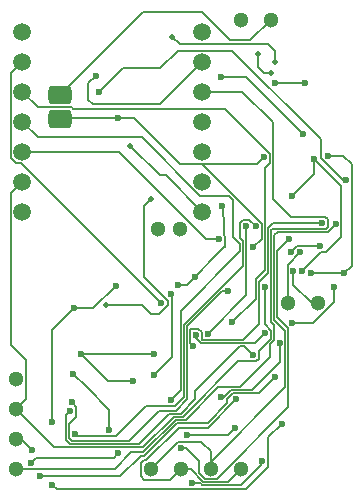
<source format=gbl>
G04*
G04 #@! TF.GenerationSoftware,Altium Limited,Altium Designer,23.0.1 (38)*
G04*
G04 Layer_Physical_Order=2*
G04 Layer_Color=16711680*
%FSLAX25Y25*%
%MOIN*%
G70*
G04*
G04 #@! TF.SameCoordinates,C4E3482C-EC36-4988-95D7-60F58037128F*
G04*
G04*
G04 #@! TF.FilePolarity,Positive*
G04*
G01*
G75*
%ADD16C,0.00500*%
%ADD53C,0.05118*%
%ADD54C,0.05906*%
G04:AMPARAMS|DCode=55|XSize=78.74mil|YSize=62.99mil|CornerRadius=15.75mil|HoleSize=0mil|Usage=FLASHONLY|Rotation=0.000|XOffset=0mil|YOffset=0mil|HoleType=Round|Shape=RoundedRectangle|*
%AMROUNDEDRECTD55*
21,1,0.07874,0.03150,0,0,0.0*
21,1,0.04724,0.06299,0,0,0.0*
1,1,0.03150,0.02362,-0.01575*
1,1,0.03150,-0.02362,-0.01575*
1,1,0.03150,-0.02362,0.01575*
1,1,0.03150,0.02362,0.01575*
%
%ADD55ROUNDEDRECTD55*%
%ADD56C,0.02362*%
%ADD57C,0.01968*%
D16*
X22982Y-37482D02*
X73414D01*
X22545Y-37045D02*
X22982Y-37482D01*
X28000Y-34500D02*
Y-29000D01*
Y-34500D02*
X29400Y-35900D01*
X28000Y-29000D02*
X30500Y-26500D01*
X60780Y-96220D02*
X73321Y-83679D01*
X29400Y-35900D02*
X51817D01*
X31500Y-32000D02*
Y-31900D01*
X39400Y-24000D01*
X51800D01*
X20916Y-30582D02*
Y-30549D01*
X46065Y-5400D01*
X18406Y-33059D02*
X18439D01*
X46065Y-5400D02*
X65900D01*
X18439Y-33059D02*
X20916Y-30582D01*
X21401Y-37000D02*
X21446Y-37045D01*
X22545D01*
X5906Y-31811D02*
X11095Y-37000D01*
X21401D01*
X5906Y-41811D02*
X11095Y-47000D01*
X45700D02*
X65300Y-66600D01*
X11095Y-47000D02*
X45700D01*
X85644Y-156156D02*
Y-155356D01*
X86000Y-155000D01*
X79010Y-162790D02*
X85644Y-156156D01*
X65000Y-158790D02*
X67000Y-160790D01*
X59000Y-150500D02*
X59115Y-150616D01*
X65000Y-158790D02*
Y-155000D01*
X59115Y-150616D02*
X60615D01*
X65000Y-155000D01*
X65500Y-148500D02*
X68740Y-151740D01*
Y-155209D02*
Y-151740D01*
X57721Y-148500D02*
X65500D01*
X68740Y-157480D02*
Y-155209D01*
X48740Y-157480D02*
X57721Y-148500D01*
X65920Y-162790D02*
X79010D01*
X62500Y-162423D02*
X65553D01*
X16000Y-162900D02*
X17454Y-164354D01*
X80653D01*
X65553Y-162423D02*
X65920Y-162790D01*
X80653Y-164354D02*
X88000Y-157007D01*
X89903Y-107903D02*
X93631Y-111631D01*
X90903Y-106903D02*
X94631Y-110631D01*
X90903Y-106903D02*
Y-84897D01*
X93631Y-130318D02*
Y-111631D01*
X94631Y-136869D02*
Y-110631D01*
X96000Y-109000D02*
X103000D01*
X89903Y-107903D02*
Y-79728D01*
X94369Y-102243D02*
Y-89631D01*
Y-102243D02*
X94488Y-102362D01*
X96300Y-96300D02*
X102362Y-102362D01*
X96300Y-96300D02*
Y-91469D01*
X88384Y-116031D02*
X89800Y-114614D01*
X88384Y-120309D02*
Y-116031D01*
X89800Y-114614D02*
Y-109600D01*
X88900Y-108700D02*
Y-77931D01*
X86700Y-109400D02*
X88800Y-111500D01*
X88900Y-108700D02*
X89800Y-109600D01*
X78424Y-130269D02*
X88384Y-120309D01*
X86700Y-109400D02*
Y-96800D01*
X83502Y-115598D02*
X86800Y-112300D01*
X88800Y-114200D02*
Y-111500D01*
X68740Y-155209D02*
X93631Y-130318D01*
X89903Y-79728D02*
X91100Y-78531D01*
X88900Y-77931D02*
X89300Y-77531D01*
X103000Y-109000D02*
X110000Y-102000D01*
Y-97000D01*
X88000Y-157007D02*
Y-147000D01*
X92500Y-142500D01*
X10600Y-153800D02*
X36604D01*
X38000Y-152404D02*
Y-152111D01*
X36604Y-153800D02*
X38000Y-152404D01*
X23600Y-145800D02*
X24460Y-146660D01*
X21600Y-147259D02*
X22520Y-148180D01*
X46335Y-150180D02*
X56414Y-140100D01*
X21780Y-149180D02*
X44908D01*
X3937Y-137480D02*
X16636Y-150180D01*
X41355Y-148180D02*
X51435Y-138100D01*
X24460Y-146660D02*
X37207D01*
X16636Y-150180D02*
X46335D01*
X20600Y-148000D02*
X21780Y-149180D01*
X22520Y-148180D02*
X41355D01*
X44908Y-149180D02*
X54988Y-139100D01*
X37207Y-146660D02*
X47236Y-136631D01*
X21600Y-147259D02*
Y-142636D01*
X20600Y-148000D02*
Y-139700D01*
X35000Y-144700D02*
Y-137800D01*
X8900Y-155500D02*
X10600Y-153800D01*
X37659Y-40559D02*
X37700Y-40600D01*
X70710Y-160790D02*
X94631Y-136869D01*
X67000Y-160790D02*
X70710D01*
X102100Y-92400D02*
X113200D01*
X115700Y-89900D01*
X88000Y-16000D02*
X90178Y-18178D01*
Y-21938D02*
Y-18178D01*
X51727Y-59727D02*
X53822D01*
X42000Y-50000D02*
X51727Y-59727D01*
X53822D02*
X65906Y-71811D01*
X86500Y-25500D02*
X89000D01*
X56000Y-13500D02*
X58500Y-16000D01*
X88000D01*
X84500Y-23500D02*
X86500Y-25500D01*
X84500Y-23500D02*
Y-19375D01*
X37659Y-40559D02*
X37741D01*
X51800Y-24000D02*
X57700Y-18100D01*
X46500Y-70000D02*
X49000Y-67500D01*
X46500Y-93500D02*
Y-70000D01*
Y-93500D02*
X54500Y-101500D01*
Y-102940D02*
Y-101500D01*
X55400Y-99604D02*
Y-99100D01*
Y-99604D02*
X56000Y-100204D01*
X50000Y-126400D02*
X56000Y-120400D01*
Y-100204D01*
X51440Y-106000D02*
X54500Y-102940D01*
X49000Y-106000D02*
X51440D01*
X46000Y-103000D02*
X49000Y-106000D01*
X34000Y-103000D02*
X46000D01*
X73321Y-83679D02*
X73467Y-83533D01*
X72912Y-70312D02*
X73467Y-83304D01*
X57950Y-96220D02*
X60780D01*
X73467Y-83533D02*
Y-83304D01*
X67200Y-80800D02*
X71400D01*
X37741Y-40559D02*
X43159D01*
X18406D02*
X37659D01*
X65800Y-55900D02*
X84200D01*
X27377Y-130177D02*
X35000Y-137800D01*
X23000Y-125800D02*
X27377Y-130177D01*
X81669Y-74569D02*
X83800Y-76700D01*
X79500Y-74569D02*
X81669D01*
X78631Y-75438D02*
X79500Y-74569D01*
X78631Y-80500D02*
Y-75438D01*
Y-80500D02*
X79631Y-81500D01*
Y-89803D02*
Y-81500D01*
X59818Y-109617D02*
X79631Y-89803D01*
X59818Y-133665D02*
Y-109617D01*
X56851Y-136631D02*
X59818Y-133665D01*
X47236Y-136631D02*
X56851D01*
X34474Y-128128D02*
X43000D01*
X25646Y-119300D02*
X34474Y-128128D01*
X25646Y-119300D02*
X49700D01*
X84200Y-55900D02*
X86500Y-53600D01*
X43159Y-40559D02*
X58500Y-55900D01*
X82800Y-83700D02*
X85731Y-80769D01*
Y-75831D01*
X65800Y-55900D02*
X85731Y-75831D01*
X58500Y-55900D02*
X65800D01*
X74500Y-146300D02*
X77000Y-143800D01*
X60800Y-146300D02*
X74500D01*
X57700Y-18100D02*
X75794D01*
X105428Y-47734D01*
Y-54000D02*
Y-47734D01*
Y-54000D02*
X112828Y-61400D01*
X113700D01*
X80600Y-26800D02*
X99600Y-45800D01*
X72200Y-26800D02*
X80600D01*
X51817Y-35900D02*
X65906Y-21811D01*
X72600Y-70000D02*
X72912Y-70312D01*
X79800Y-116600D02*
X82700Y-119500D01*
X78480Y-116600D02*
X79800D01*
X63475Y-131604D02*
X78480Y-116600D01*
X63475Y-134410D02*
Y-131604D01*
X58785Y-139100D02*
X63475Y-134410D01*
X54988Y-139100D02*
X58785D01*
X20600Y-139700D02*
X21900Y-138400D01*
X12000Y-160000D02*
X38600D01*
X45400Y-153200D01*
X46500D01*
X57600Y-142100D01*
X67800D01*
X74200Y-135700D01*
Y-134200D01*
X76131Y-132269D01*
X84731D01*
X90100Y-126900D01*
X91100Y-78531D02*
X107723D01*
X110354Y-75900D01*
X58740Y-157480D02*
X62025D01*
X66334Y-161790D01*
X74431D01*
X78740Y-157480D01*
X56414Y-140100D02*
X59373D01*
X77781Y-121692D01*
X84010D01*
X84703Y-121000D01*
Y-118297D01*
X88800Y-114200D01*
X95900Y-66700D02*
X103260Y-59340D01*
Y-54200D01*
X3937Y-157480D02*
X36786D01*
X42330Y-151937D01*
X46344D01*
X57181Y-141100D01*
X60379D01*
X71210Y-130269D01*
X78424D01*
X89300Y-77531D02*
X107169D01*
X107700Y-77000D01*
Y-74300D01*
X107000Y-73600D02*
X107700Y-74300D01*
X95500Y-73600D02*
X107000D01*
X89500Y-67600D02*
X95500Y-73600D01*
X89500Y-67600D02*
Y-42011D01*
X79300Y-31811D02*
X89500Y-42011D01*
X65906Y-31811D02*
X79300D01*
X72200Y-133700D02*
X73131D01*
X75562Y-131269D01*
X82431D01*
X91700Y-122000D01*
Y-115700D01*
X22377Y-135323D02*
X23904Y-136850D01*
Y-140331D02*
Y-136850D01*
X21600Y-142636D02*
X23904Y-140331D01*
X51435Y-138100D02*
X57083D01*
X60818Y-134365D01*
Y-110051D01*
X72569Y-98300D01*
X74400D01*
X67718Y-143782D02*
X77300Y-134200D01*
X58018Y-143782D02*
X67718D01*
X47299Y-154500D02*
X58018Y-143782D01*
X46400Y-154500D02*
X47299D01*
X45400Y-155500D02*
X46400Y-154500D01*
X45400Y-160000D02*
Y-155500D01*
Y-160000D02*
X46500Y-161100D01*
X55121D01*
X58740Y-157480D01*
X65300Y-66600D02*
X75000D01*
X76200Y-67800D01*
Y-80100D02*
Y-67800D01*
Y-80100D02*
X78631Y-82531D01*
Y-85069D02*
Y-82531D01*
X58818Y-104882D02*
X78631Y-85069D01*
X58818Y-131382D02*
Y-104882D01*
X55500Y-134700D02*
X58818Y-131382D01*
X3937Y-147480D02*
X5480D01*
X9200Y-151200D01*
X90903Y-84897D02*
X94854Y-80946D01*
X103260Y-54200D02*
X112286Y-63226D01*
Y-80299D02*
Y-63226D01*
X107162Y-85423D02*
X112286Y-80299D01*
X105477Y-85423D02*
X107162D01*
X99300Y-91600D02*
X105477Y-85423D01*
X94369Y-89631D02*
X98600Y-85400D01*
X95500Y-85300D02*
X97400Y-83400D01*
X105200D01*
X90200Y-29000D02*
X100300D01*
X90100Y-28900D02*
X90200Y-29000D01*
X67800Y-112500D02*
X80631Y-99669D01*
Y-76500D01*
X61818Y-115718D02*
X62800Y-116700D01*
X61818Y-115718D02*
Y-110882D01*
X61900Y-110800D01*
X64550D01*
X65750Y-112000D01*
Y-114336D02*
Y-112000D01*
Y-114336D02*
X65914Y-114500D01*
X79506D01*
X84769Y-109238D01*
Y-95331D01*
X87800Y-92300D01*
Y-77231D01*
X89431Y-75600D01*
X105700D01*
X63800Y-113800D02*
Y-112800D01*
Y-113800D02*
X65598Y-115598D01*
X83502D01*
X81914Y-14700D02*
X88740Y-7874D01*
X75200Y-14700D02*
X81914D01*
X65900Y-5400D02*
X75200Y-14700D01*
X73414Y-37482D02*
X88431Y-52500D01*
Y-55531D02*
Y-52500D01*
X86731Y-57231D02*
X88431Y-55531D01*
X86731Y-91238D02*
Y-57231D01*
X83769Y-94200D02*
X86731Y-91238D01*
X83769Y-100831D02*
Y-94200D01*
X76000Y-108600D02*
X83769Y-100831D01*
X115700Y-89900D02*
Y-56000D01*
X113000Y-53300D02*
X115700Y-56000D01*
X107700Y-53300D02*
X113000D01*
X5400Y-55600D02*
X52100Y-102300D01*
X3800Y-55600D02*
X5400D01*
X2200Y-54000D02*
X3800Y-55600D01*
X2200Y-54000D02*
Y-25517D01*
X5906Y-21811D01*
X15800Y-111400D02*
X23200Y-104000D01*
X15800Y-141807D02*
Y-111400D01*
X38211Y-51811D02*
X67200Y-80800D01*
X5906Y-51811D02*
X38211D01*
X23200Y-104000D02*
X29600D01*
X37100Y-96500D01*
X3937Y-137480D02*
X7300Y-134117D01*
Y-121200D01*
X2200Y-116100D02*
X7300Y-121200D01*
X2200Y-116100D02*
Y-65517D01*
X5906Y-61811D01*
D53*
X58504Y-77559D02*
D03*
X51024D02*
D03*
X78740Y-7874D02*
D03*
X88740D02*
D03*
X104488Y-102362D02*
D03*
X94488D02*
D03*
X78740Y-157480D02*
D03*
X68740D02*
D03*
X58740D02*
D03*
X48740D02*
D03*
X3937D02*
D03*
Y-147480D02*
D03*
Y-137480D02*
D03*
Y-127480D02*
D03*
D54*
X65905Y-11811D02*
D03*
X5906Y-21811D02*
D03*
Y-11811D02*
D03*
Y-61811D02*
D03*
Y-51811D02*
D03*
Y-41811D02*
D03*
Y-31811D02*
D03*
Y-71811D02*
D03*
X65905D02*
D03*
Y-31811D02*
D03*
Y-41811D02*
D03*
Y-51811D02*
D03*
Y-61811D02*
D03*
Y-21811D02*
D03*
D55*
X18406Y-40945D02*
D03*
Y-33059D02*
D03*
D56*
X30500Y-26500D02*
D03*
X31500Y-32000D02*
D03*
X86000Y-155000D02*
D03*
X59000Y-150500D02*
D03*
X62500Y-162423D02*
D03*
X96000Y-109000D02*
D03*
X86800Y-112300D02*
D03*
X92500Y-142500D02*
D03*
X38000Y-152111D02*
D03*
X35000Y-144700D02*
D03*
X8900Y-155500D02*
D03*
X110000Y-97000D02*
D03*
X113200Y-92400D02*
D03*
X71400Y-80800D02*
D03*
X83800Y-76700D02*
D03*
X23600Y-145800D02*
D03*
X43000Y-128128D02*
D03*
X25646Y-119300D02*
D03*
X49700D02*
D03*
X86500Y-53600D02*
D03*
X82800Y-83700D02*
D03*
X77000Y-143800D02*
D03*
X60800Y-146300D02*
D03*
X113700Y-61400D02*
D03*
X99600Y-45800D02*
D03*
X72200Y-26800D02*
D03*
X72600Y-70000D02*
D03*
X57950Y-96220D02*
D03*
X96300Y-91469D02*
D03*
X23000Y-125800D02*
D03*
X16000Y-162900D02*
D03*
X82700Y-119500D02*
D03*
X21900Y-138400D02*
D03*
X12000Y-160000D02*
D03*
X90100Y-126900D02*
D03*
X110354Y-75900D02*
D03*
X86700Y-96800D02*
D03*
X95900Y-66700D02*
D03*
X103260Y-54200D02*
D03*
X72200Y-133700D02*
D03*
X91700Y-115700D02*
D03*
X22377Y-135323D02*
D03*
X74400Y-98300D02*
D03*
X77300Y-134200D02*
D03*
X55500Y-134700D02*
D03*
X9200Y-151200D02*
D03*
X94854Y-80946D02*
D03*
X99300Y-91600D02*
D03*
X98600Y-85400D02*
D03*
X95500Y-85300D02*
D03*
X105200Y-83400D02*
D03*
X100300Y-29000D02*
D03*
X90100Y-28900D02*
D03*
X67800Y-112500D02*
D03*
X80631Y-76500D02*
D03*
X62800Y-116700D02*
D03*
X105700Y-75600D02*
D03*
X63800Y-112800D02*
D03*
X76000Y-108600D02*
D03*
X102100Y-92400D02*
D03*
X107700Y-53300D02*
D03*
X55400Y-99100D02*
D03*
X50000Y-126400D02*
D03*
X52100Y-102300D02*
D03*
X63400Y-93600D02*
D03*
X37741Y-40559D02*
D03*
X15800Y-141807D02*
D03*
X23200Y-104000D02*
D03*
X37100Y-96500D02*
D03*
D57*
X42000Y-50000D02*
D03*
X90178Y-21938D02*
D03*
X89000Y-25500D02*
D03*
X56000Y-13500D02*
D03*
X84500Y-19375D02*
D03*
X49000Y-67500D02*
D03*
X34000Y-103000D02*
D03*
M02*

</source>
